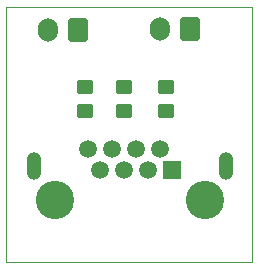
<source format=gbr>
G04 #@! TF.GenerationSoftware,KiCad,Pcbnew,7.0.5*
G04 #@! TF.CreationDate,2023-06-28T23:38:25-05:00*
G04 #@! TF.ProjectId,RJ45GoButton,524a3435-476f-4427-9574-746f6e2e6b69,rev?*
G04 #@! TF.SameCoordinates,Original*
G04 #@! TF.FileFunction,Soldermask,Bot*
G04 #@! TF.FilePolarity,Negative*
%FSLAX46Y46*%
G04 Gerber Fmt 4.6, Leading zero omitted, Abs format (unit mm)*
G04 Created by KiCad (PCBNEW 7.0.5) date 2023-06-28 23:38:25*
%MOMM*%
%LPD*%
G01*
G04 APERTURE LIST*
G04 Aperture macros list*
%AMRoundRect*
0 Rectangle with rounded corners*
0 $1 Rounding radius*
0 $2 $3 $4 $5 $6 $7 $8 $9 X,Y pos of 4 corners*
0 Add a 4 corners polygon primitive as box body*
4,1,4,$2,$3,$4,$5,$6,$7,$8,$9,$2,$3,0*
0 Add four circle primitives for the rounded corners*
1,1,$1+$1,$2,$3*
1,1,$1+$1,$4,$5*
1,1,$1+$1,$6,$7*
1,1,$1+$1,$8,$9*
0 Add four rect primitives between the rounded corners*
20,1,$1+$1,$2,$3,$4,$5,0*
20,1,$1+$1,$4,$5,$6,$7,0*
20,1,$1+$1,$6,$7,$8,$9,0*
20,1,$1+$1,$8,$9,$2,$3,0*%
G04 Aperture macros list end*
%ADD10C,3.250000*%
%ADD11R,1.500000X1.500000*%
%ADD12C,1.500000*%
%ADD13O,1.259000X2.362000*%
%ADD14RoundRect,0.250000X0.600000X0.750000X-0.600000X0.750000X-0.600000X-0.750000X0.600000X-0.750000X0*%
%ADD15O,1.700000X2.000000*%
%ADD16RoundRect,0.250000X-0.450000X0.350000X-0.450000X-0.350000X0.450000X-0.350000X0.450000X0.350000X0*%
G04 #@! TA.AperFunction,Profile*
%ADD17C,0.050000*%
G04 #@! TD*
G04 APERTURE END LIST*
D10*
X144529080Y-108922820D03*
X157229080Y-108922820D03*
D11*
X154428380Y-106382820D03*
D12*
X153408380Y-104602820D03*
X152398380Y-106382820D03*
X151378380Y-104602820D03*
X150368380Y-106382820D03*
X149348380Y-104602820D03*
X148338380Y-106382820D03*
X147318380Y-104602820D03*
D13*
X142749080Y-106020870D03*
X159009080Y-106020870D03*
D14*
X155940000Y-94400000D03*
D15*
X153440000Y-94400000D03*
D14*
X146450000Y-94490000D03*
D15*
X143950000Y-94490000D03*
D16*
X150368000Y-99330000D03*
X150368000Y-101330000D03*
X147066000Y-99314000D03*
X147066000Y-101314000D03*
X153924000Y-99346000D03*
X153924000Y-101346000D03*
D17*
X161190000Y-92530000D02*
X161200000Y-114160000D01*
X140410000Y-114160000D02*
X140410000Y-92530000D01*
X161200000Y-114160000D02*
X140410000Y-114160000D01*
X140410000Y-92530000D02*
X161190000Y-92530000D01*
M02*

</source>
